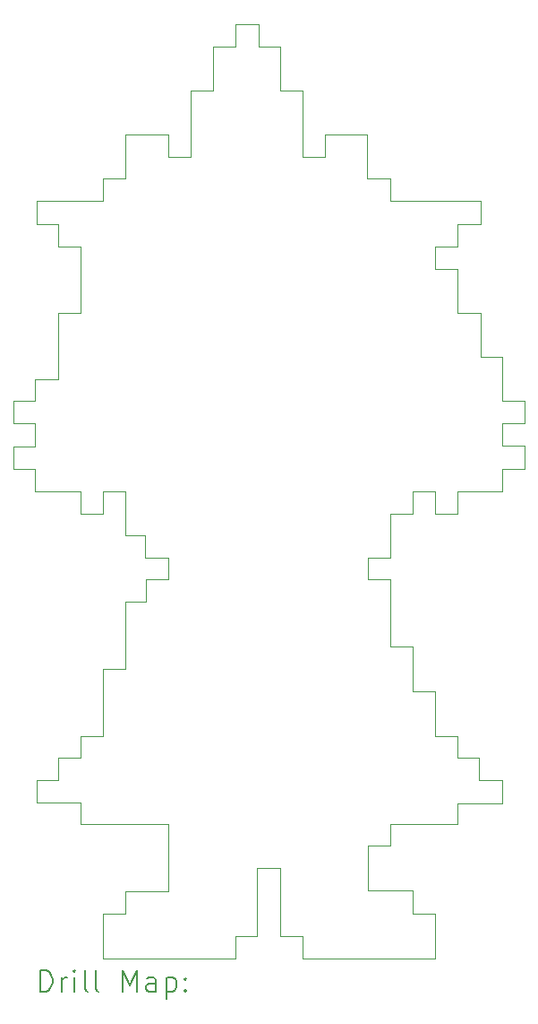
<source format=gbr>
%TF.GenerationSoftware,KiCad,Pcbnew,9.0.2*%
%TF.CreationDate,2025-06-14T15:29:11+03:00*%
%TF.ProjectId,glowsei,676c6f77-7365-4692-9e6b-696361645f70,rev?*%
%TF.SameCoordinates,Original*%
%TF.FileFunction,Drillmap*%
%TF.FilePolarity,Positive*%
%FSLAX45Y45*%
G04 Gerber Fmt 4.5, Leading zero omitted, Abs format (unit mm)*
G04 Created by KiCad (PCBNEW 9.0.2) date 2025-06-14 15:29:11*
%MOMM*%
%LPD*%
G01*
G04 APERTURE LIST*
%ADD10C,0.050000*%
%ADD11C,0.200000*%
G04 APERTURE END LIST*
D10*
X16840000Y-13630000D02*
X16840000Y-14050000D01*
X17480000Y-9640000D02*
X17050000Y-9640000D01*
X17480000Y-8790000D02*
X17690000Y-8790000D01*
X13910000Y-10060000D02*
X13910000Y-9640000D01*
X13700000Y-9640000D02*
X13700000Y-9850000D01*
X16630000Y-9850000D02*
X16420000Y-9850000D01*
X14740000Y-5440000D02*
X14950000Y-5440000D01*
X13060000Y-9000000D02*
X12850000Y-9000000D01*
X17270000Y-7120000D02*
X17050000Y-7120000D01*
X17050000Y-11950000D02*
X17050000Y-12160000D01*
X13910000Y-9640000D02*
X13700000Y-9640000D01*
X13700000Y-6690000D02*
X13910000Y-6690000D01*
X17690000Y-8790000D02*
X17690000Y-9000000D01*
X17690000Y-9430000D02*
X17480000Y-9430000D01*
X16200000Y-6690000D02*
X16420000Y-6690000D01*
X16840000Y-7330000D02*
X16840000Y-7540000D01*
X16840000Y-9640000D02*
X16630000Y-9640000D01*
X15160000Y-13200000D02*
X15160000Y-13840000D01*
X16630000Y-11530000D02*
X16840000Y-11530000D01*
X12850000Y-9000000D02*
X12850000Y-8790000D01*
X16210000Y-13210000D02*
X16210000Y-12990000D01*
X15590000Y-6480000D02*
X15800000Y-6480000D01*
X13280000Y-8580000D02*
X13280000Y-7960000D01*
X16630000Y-13630000D02*
X16840000Y-13630000D01*
X16630000Y-13410000D02*
X16630000Y-13630000D01*
X15380000Y-5860000D02*
X15590000Y-5860000D01*
X16210000Y-10470000D02*
X16420000Y-10470000D01*
X14110000Y-10470000D02*
X14320000Y-10470000D01*
X16420000Y-10470000D02*
X16420000Y-11110000D01*
X14320000Y-10470000D02*
X14320000Y-10270000D01*
X14100000Y-10060000D02*
X13910000Y-10060000D01*
X13490000Y-7330000D02*
X13280000Y-7330000D01*
X15590000Y-5860000D02*
X15590000Y-6480000D01*
X16840000Y-11950000D02*
X17050000Y-11950000D01*
X15590000Y-14050000D02*
X15590000Y-13840000D01*
X13910000Y-6270000D02*
X14320000Y-6270000D01*
X13060000Y-8580000D02*
X13280000Y-8580000D01*
X15160000Y-13840000D02*
X14950000Y-13840000D01*
X17480000Y-8370000D02*
X17480000Y-8790000D01*
X17050000Y-7120000D02*
X17050000Y-7330000D01*
X16210000Y-10270000D02*
X16210000Y-10470000D01*
X14320000Y-13420000D02*
X14320000Y-12780000D01*
X13060000Y-9430000D02*
X12850000Y-9430000D01*
X13280000Y-7960000D02*
X13490000Y-7960000D01*
X16630000Y-9640000D02*
X16630000Y-9850000D01*
X17050000Y-12160000D02*
X17260000Y-12160000D01*
X13700000Y-9850000D02*
X13490000Y-9850000D01*
X15380000Y-13840000D02*
X15380000Y-13200000D01*
X17260000Y-12370000D02*
X17480000Y-12370000D01*
X13490000Y-12580000D02*
X13070000Y-12580000D01*
X16630000Y-11110000D02*
X16630000Y-11530000D01*
X13070000Y-12370000D02*
X13280000Y-12370000D01*
X13490000Y-7960000D02*
X13490000Y-7330000D01*
X13910000Y-13420000D02*
X14320000Y-13420000D01*
X14950000Y-14050000D02*
X13700000Y-14050000D01*
X16200000Y-6270000D02*
X16200000Y-6690000D01*
X13910000Y-10680000D02*
X14110000Y-10680000D01*
X14740000Y-5860000D02*
X14740000Y-5440000D01*
X16420000Y-6900000D02*
X17270000Y-6900000D01*
X15590000Y-13840000D02*
X15380000Y-13840000D01*
X13060000Y-9220000D02*
X13060000Y-9000000D01*
X17690000Y-9210000D02*
X17690000Y-9430000D01*
X17480000Y-12370000D02*
X17480000Y-12590000D01*
X16840000Y-11530000D02*
X16840000Y-11950000D01*
X15170000Y-5440000D02*
X15380000Y-5440000D01*
X17050000Y-9850000D02*
X16840000Y-9850000D01*
X17480000Y-9430000D02*
X17480000Y-9640000D01*
X17050000Y-7960000D02*
X17270000Y-7960000D01*
X16210000Y-13410000D02*
X16630000Y-13410000D01*
X17050000Y-7330000D02*
X16840000Y-7330000D01*
X17480000Y-9000000D02*
X17480000Y-9210000D01*
X16840000Y-7540000D02*
X17050000Y-7540000D01*
X15380000Y-5440000D02*
X15380000Y-5860000D01*
X13070000Y-7120000D02*
X13070000Y-6900000D01*
X17690000Y-9000000D02*
X17480000Y-9000000D01*
X17050000Y-7540000D02*
X17050000Y-7960000D01*
X13060000Y-8790000D02*
X13060000Y-8580000D01*
X14530000Y-6480000D02*
X14530000Y-5860000D01*
X14950000Y-5230000D02*
X15170000Y-5230000D01*
X14320000Y-12780000D02*
X13490000Y-12780000D01*
X14320000Y-10270000D02*
X14100000Y-10270000D01*
X13700000Y-6900000D02*
X13700000Y-6690000D01*
X17480000Y-9210000D02*
X17690000Y-9210000D01*
X16840000Y-14050000D02*
X15590000Y-14050000D01*
X17270000Y-7960000D02*
X17270000Y-8370000D01*
X17050000Y-12780000D02*
X16420000Y-12780000D01*
X16420000Y-10270000D02*
X16210000Y-10270000D01*
X15380000Y-13200000D02*
X15160000Y-13200000D01*
X14320000Y-6270000D02*
X14320000Y-6480000D01*
X16840000Y-9850000D02*
X16840000Y-9640000D01*
X13700000Y-14050000D02*
X13700000Y-13630000D01*
X13910000Y-6690000D02*
X13910000Y-6270000D01*
X17260000Y-12160000D02*
X17260000Y-12370000D01*
X17270000Y-8370000D02*
X17480000Y-8370000D01*
X14110000Y-10680000D02*
X14110000Y-10470000D01*
X17050000Y-9640000D02*
X17050000Y-9850000D01*
X13700000Y-11320000D02*
X13910000Y-11320000D01*
X16420000Y-9850000D02*
X16420000Y-10270000D01*
X13280000Y-12160000D02*
X13490000Y-12160000D01*
X13490000Y-9640000D02*
X13060000Y-9640000D01*
X13700000Y-13630000D02*
X13910000Y-13630000D01*
X17480000Y-12590000D02*
X17050000Y-12590000D01*
X15170000Y-5230000D02*
X15170000Y-5440000D01*
X13490000Y-11950000D02*
X13700000Y-11950000D01*
X13700000Y-11950000D02*
X13700000Y-11320000D01*
X13490000Y-12160000D02*
X13490000Y-11950000D01*
X14950000Y-13840000D02*
X14950000Y-14050000D01*
X17050000Y-12590000D02*
X17050000Y-12780000D01*
X16210000Y-13210000D02*
X16210000Y-13410000D01*
X16420000Y-6690000D02*
X16420000Y-6900000D01*
X14950000Y-5440000D02*
X14950000Y-5230000D01*
X16420000Y-11110000D02*
X16630000Y-11110000D01*
X13490000Y-12780000D02*
X13490000Y-12580000D01*
X16420000Y-12780000D02*
X16420000Y-12990000D01*
X13280000Y-7330000D02*
X13280000Y-7120000D01*
X13910000Y-13630000D02*
X13910000Y-13420000D01*
X13060000Y-9640000D02*
X13060000Y-9430000D01*
X13070000Y-12580000D02*
X13070000Y-12370000D01*
X13280000Y-7120000D02*
X13070000Y-7120000D01*
X13280000Y-12370000D02*
X13280000Y-12160000D01*
X12850000Y-9220000D02*
X13060000Y-9220000D01*
X13910000Y-11320000D02*
X13910000Y-10680000D01*
X17270000Y-6900000D02*
X17270000Y-7120000D01*
X15800000Y-6480000D02*
X15800000Y-6270000D01*
X12850000Y-8790000D02*
X13060000Y-8790000D01*
X12850000Y-9220000D02*
X12850000Y-9430000D01*
X15800000Y-6270000D02*
X16200000Y-6270000D01*
X14320000Y-6480000D02*
X14530000Y-6480000D01*
X16210000Y-12990000D02*
X16420000Y-12990000D01*
X14100000Y-10270000D02*
X14100000Y-10060000D01*
X13490000Y-9850000D02*
X13490000Y-9640000D01*
X14530000Y-5860000D02*
X14740000Y-5860000D01*
X13070000Y-6900000D02*
X13700000Y-6900000D01*
D11*
X13108277Y-14363984D02*
X13108277Y-14163984D01*
X13108277Y-14163984D02*
X13155896Y-14163984D01*
X13155896Y-14163984D02*
X13184467Y-14173508D01*
X13184467Y-14173508D02*
X13203515Y-14192555D01*
X13203515Y-14192555D02*
X13213039Y-14211603D01*
X13213039Y-14211603D02*
X13222562Y-14249698D01*
X13222562Y-14249698D02*
X13222562Y-14278269D01*
X13222562Y-14278269D02*
X13213039Y-14316365D01*
X13213039Y-14316365D02*
X13203515Y-14335412D01*
X13203515Y-14335412D02*
X13184467Y-14354460D01*
X13184467Y-14354460D02*
X13155896Y-14363984D01*
X13155896Y-14363984D02*
X13108277Y-14363984D01*
X13308277Y-14363984D02*
X13308277Y-14230650D01*
X13308277Y-14268746D02*
X13317801Y-14249698D01*
X13317801Y-14249698D02*
X13327324Y-14240174D01*
X13327324Y-14240174D02*
X13346372Y-14230650D01*
X13346372Y-14230650D02*
X13365420Y-14230650D01*
X13432086Y-14363984D02*
X13432086Y-14230650D01*
X13432086Y-14163984D02*
X13422562Y-14173508D01*
X13422562Y-14173508D02*
X13432086Y-14183031D01*
X13432086Y-14183031D02*
X13441610Y-14173508D01*
X13441610Y-14173508D02*
X13432086Y-14163984D01*
X13432086Y-14163984D02*
X13432086Y-14183031D01*
X13555896Y-14363984D02*
X13536848Y-14354460D01*
X13536848Y-14354460D02*
X13527324Y-14335412D01*
X13527324Y-14335412D02*
X13527324Y-14163984D01*
X13660658Y-14363984D02*
X13641610Y-14354460D01*
X13641610Y-14354460D02*
X13632086Y-14335412D01*
X13632086Y-14335412D02*
X13632086Y-14163984D01*
X13889229Y-14363984D02*
X13889229Y-14163984D01*
X13889229Y-14163984D02*
X13955896Y-14306841D01*
X13955896Y-14306841D02*
X14022562Y-14163984D01*
X14022562Y-14163984D02*
X14022562Y-14363984D01*
X14203515Y-14363984D02*
X14203515Y-14259222D01*
X14203515Y-14259222D02*
X14193991Y-14240174D01*
X14193991Y-14240174D02*
X14174943Y-14230650D01*
X14174943Y-14230650D02*
X14136848Y-14230650D01*
X14136848Y-14230650D02*
X14117801Y-14240174D01*
X14203515Y-14354460D02*
X14184467Y-14363984D01*
X14184467Y-14363984D02*
X14136848Y-14363984D01*
X14136848Y-14363984D02*
X14117801Y-14354460D01*
X14117801Y-14354460D02*
X14108277Y-14335412D01*
X14108277Y-14335412D02*
X14108277Y-14316365D01*
X14108277Y-14316365D02*
X14117801Y-14297317D01*
X14117801Y-14297317D02*
X14136848Y-14287793D01*
X14136848Y-14287793D02*
X14184467Y-14287793D01*
X14184467Y-14287793D02*
X14203515Y-14278269D01*
X14298753Y-14230650D02*
X14298753Y-14430650D01*
X14298753Y-14240174D02*
X14317801Y-14230650D01*
X14317801Y-14230650D02*
X14355896Y-14230650D01*
X14355896Y-14230650D02*
X14374943Y-14240174D01*
X14374943Y-14240174D02*
X14384467Y-14249698D01*
X14384467Y-14249698D02*
X14393991Y-14268746D01*
X14393991Y-14268746D02*
X14393991Y-14325888D01*
X14393991Y-14325888D02*
X14384467Y-14344936D01*
X14384467Y-14344936D02*
X14374943Y-14354460D01*
X14374943Y-14354460D02*
X14355896Y-14363984D01*
X14355896Y-14363984D02*
X14317801Y-14363984D01*
X14317801Y-14363984D02*
X14298753Y-14354460D01*
X14479705Y-14344936D02*
X14489229Y-14354460D01*
X14489229Y-14354460D02*
X14479705Y-14363984D01*
X14479705Y-14363984D02*
X14470182Y-14354460D01*
X14470182Y-14354460D02*
X14479705Y-14344936D01*
X14479705Y-14344936D02*
X14479705Y-14363984D01*
X14479705Y-14240174D02*
X14489229Y-14249698D01*
X14489229Y-14249698D02*
X14479705Y-14259222D01*
X14479705Y-14259222D02*
X14470182Y-14249698D01*
X14470182Y-14249698D02*
X14479705Y-14240174D01*
X14479705Y-14240174D02*
X14479705Y-14259222D01*
M02*

</source>
